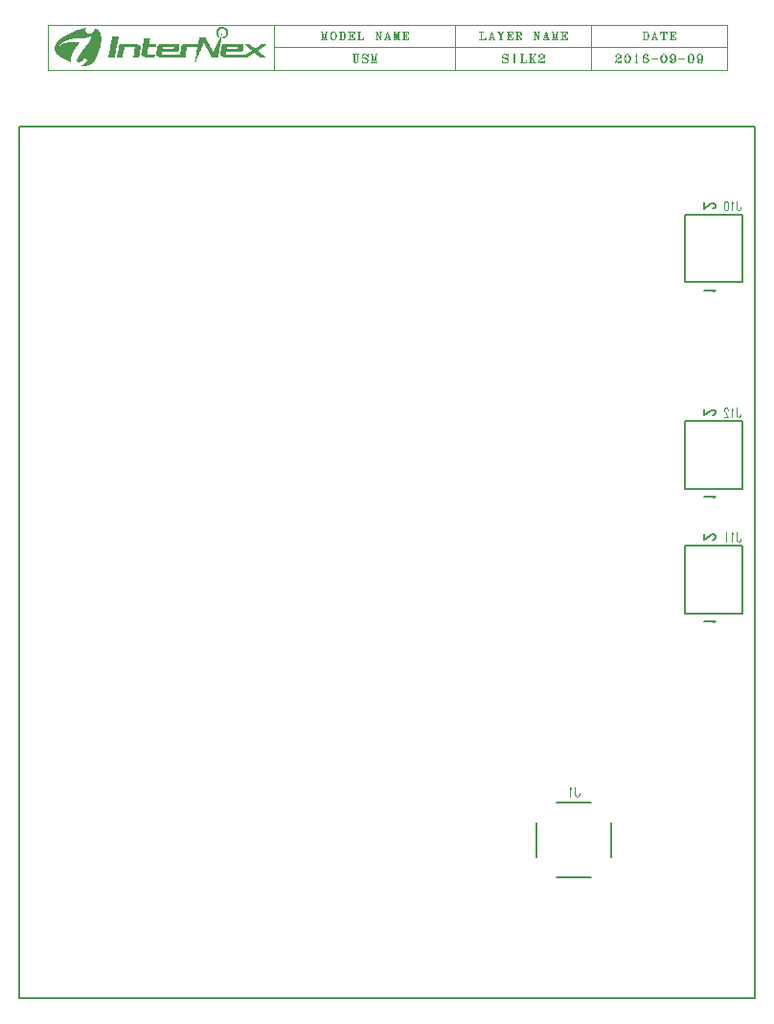
<source format=gbr>
%MOMM*%
%FSLAX33Y33*%
%ADD10C,0.200000*%
%ADD73C,0.203200*%
%ADD125C,0.120000*%
%ADD126C,0.152400*%
%ADD129C,0.080000*%
G90*G71*G01*D02*G54D10*X000000Y000000D02*X065000Y000000D01*X065000Y077000D01*
X000000Y077000D01*X000000Y000000D01*X045700Y015500D02*X045700Y012500D01*
X047500Y010700D02*X050500Y010700D01*X052300Y012500D02*X052300Y015500D01*
X050500Y017300D02*X047500Y017300D01*D02*G54D73*X063900Y034010D02*
X058800Y034010D01*X058800Y039990D01*X063900Y039990D01*X063900Y034010D01*
X063900Y045010D02*X058800Y045010D01*X058800Y050990D01*X063900Y050990D01*
X063900Y045010D01*X063900Y063260D02*X058800Y063260D01*X058800Y069240D01*
X063900Y069240D01*X063900Y063260D01*D02*G54D125*X049102Y018650D02*
X049102Y018044D01*X049138Y017923D01*X049174Y017886D01*X049244Y017850D01*
X049320Y017850D01*X049389Y017886D01*X049426Y017923D01*X049462Y018044D01*
X049462Y018117D01*X048760Y018492D02*X048731Y018529D01*X048687Y018638D01*
X048687Y017850D01*X063382Y041150D02*X063382Y040544D01*X063418Y040423D01*
X063454Y040386D01*X063524Y040350D01*X063600Y040350D01*X063669Y040386D01*
X063706Y040423D01*X063742Y040544D01*X063742Y040617D01*X063040Y040992D02*
X063011Y041029D01*X062967Y041138D01*X062967Y040350D01*X062480Y040992D02*
X062451Y041029D01*X062407Y041138D01*X062407Y040350D01*X063382Y052150D02*
X063382Y051544D01*X063418Y051423D01*X063454Y051386D01*X063524Y051350D01*
X063600Y051350D01*X063669Y051386D01*X063706Y051423D01*X063742Y051544D01*
X063742Y051617D01*X063040Y051992D02*X063011Y052029D01*X062967Y052138D01*
X062967Y051350D01*X062597Y051956D02*X062597Y051992D01*X062571Y052065D01*
X062546Y052102D01*X062495Y052150D01*X062389Y052150D01*X062338Y052102D01*
X062313Y052065D01*X062287Y051992D01*X062287Y051920D01*X062313Y051847D01*
X062364Y051726D01*X062622Y051350D01*X062258Y051350D01*X063382Y070400D02*
X063382Y069794D01*X063418Y069673D01*X063454Y069636D01*X063524Y069600D01*
X063600Y069600D01*X063669Y069636D01*X063706Y069673D01*X063742Y069794D01*
X063742Y069867D01*X063040Y070242D02*X063011Y070279D01*X062967Y070388D01*
X062967Y069600D01*X062465Y070388D02*X062546Y070352D01*X062597Y070242D01*
X062622Y070048D01*X062622Y069939D01*X062597Y069745D01*X062546Y069636D01*
X062465Y069600D01*X062415Y069600D01*X062338Y069636D01*X062287Y069745D01*
X062258Y069939D01*X062258Y070048D01*X062287Y070242D01*X062338Y070352D01*
X062415Y070388D01*X062465Y070388D01*D02*G54D126*X061308Y033192D02*
X061354Y033234D01*X061493Y033298D01*X060492Y033298D01*X061262Y040523D02*
X061308Y040523D01*X061400Y040560D01*X061446Y040597D01*X061508Y040671D01*
X061508Y040824D01*X061446Y040898D01*X061400Y040935D01*X061308Y040972D01*
X061216Y040972D01*X061123Y040935D01*X060969Y040861D01*X060492Y040486D01*
X060492Y041014D01*X061308Y044192D02*X061354Y044234D01*X061493Y044298D01*
X060492Y044298D01*X061262Y051523D02*X061308Y051523D01*X061400Y051560D01*
X061446Y051597D01*X061508Y051671D01*X061508Y051824D01*X061446Y051898D01*
X061400Y051935D01*X061308Y051972D01*X061216Y051972D01*X061123Y051935D01*
X060969Y051861D01*X060492Y051486D01*X060492Y052014D01*X061308Y062442D02*
X061354Y062484D01*X061493Y062548D01*X060492Y062548D01*X061262Y069773D02*
X061308Y069773D01*X061400Y069810D01*X061446Y069847D01*X061508Y069921D01*
X061508Y070074D01*X061446Y070148D01*X061400Y070185D01*X061308Y070222D01*
X061216Y070222D01*X061123Y070185D01*X060969Y070111D01*X060492Y069736D01*
X060492Y070264D01*D02*G54D129*X022500Y086000D02*X002500Y086000D01*
X002500Y082000D01*X022500Y082000D01*X022500Y084000D02*X062500Y084000D01*
X038500Y086000D02*X038500Y082000D01*X022500Y086000D02*X062500Y086000D01*
X062500Y082000D02*X022500Y082000D01*X022500Y086000D02*X022500Y082000D01*
X062500Y086000D02*X062500Y082000D01*X050500Y086000D02*X050500Y082000D01*
X052676Y083255D02*X052676Y083218D01*X052713Y083218D01*X052713Y083255D01*
X052676Y083255D01*X052676Y083291D02*X052713Y083291D01*X052749Y083255D01*
X052749Y083218D01*X052713Y083182D01*X052676Y083182D01*X052640Y083218D01*
X052640Y083255D01*X052676Y083327D01*X052713Y083364D01*X052822Y083388D01*
X052973Y083388D01*X053082Y083364D01*X053118Y083327D01*X053160Y083255D01*
X053160Y083182D01*X053118Y083121D01*X053009Y083048D01*X052822Y082976D01*
X052749Y082939D01*X052676Y082867D01*X052640Y082770D01*X052640Y082661D01*
X053082Y083327D02*X053118Y083255D01*X053118Y083182D01*X053082Y083121D01*
X052973Y083388D02*X053046Y083364D01*X053082Y083255D01*X053082Y083182D01*
X053046Y083121D01*X052973Y083048D01*X052822Y082976D01*X052640Y082733D02*
X052676Y082770D01*X052749Y082770D01*X052931Y082733D01*X053082Y082733D01*
X053160Y082770D01*X052749Y082770D02*X052931Y082697D01*X053082Y082697D01*
X053118Y082733D01*X052749Y082770D02*X052931Y082661D01*X053082Y082661D01*
X053118Y082697D01*X053160Y082770D01*X053160Y082830D01*X053658Y083388D02*
X053549Y083364D01*X053476Y083255D01*X053440Y083085D01*X053440Y082976D01*
X053476Y082806D01*X053549Y082697D01*X053658Y082661D01*X053736Y082661D01*
X053846Y082697D01*X053918Y082806D01*X053960Y082976D01*X053960Y083085D01*
X053918Y083255D01*X053846Y083364D01*X053736Y083388D01*X053658Y083388D01*
X053549Y083327D02*X053513Y083255D01*X053476Y083121D01*X053476Y082939D01*
X053513Y082806D01*X053549Y082733D01*X053846Y082733D02*X053882Y082806D01*
X053918Y082939D01*X053918Y083121D01*X053882Y083255D01*X053846Y083327D01*
X053658Y083388D02*X053586Y083364D01*X053549Y083291D01*X053513Y083121D01*
X053513Y082939D01*X053549Y082770D01*X053586Y082697D01*X053658Y082661D01*
X053736Y082661D02*X053809Y082697D01*X053846Y082770D01*X053882Y082939D01*
X053882Y083121D01*X053846Y083291D01*X053809Y083364D01*X053736Y083388D01*
X054474Y083327D02*X054474Y082661D01*X054495Y083327D02*X054495Y082697D01*
X054510Y083388D02*X054510Y082661D01*X054510Y083388D02*X054458Y083291D01*
X054427Y083255D01*X054412Y082661D02*X054578Y082661D01*X054474Y082697D02*
X054443Y082661D01*X054474Y082733D02*X054458Y082661D01*X054510Y082733D02*
X054526Y082661D01*X054510Y082697D02*X054542Y082661D01*X055446Y083291D02*
X055446Y083255D01*X055482Y083255D01*X055482Y083291D01*X055446Y083291D01*
X055482Y083327D02*X055446Y083327D01*X055409Y083291D01*X055409Y083255D01*
X055446Y083218D01*X055482Y083218D01*X055518Y083255D01*X055518Y083291D01*
X055482Y083364D01*X055409Y083388D01*X055300Y083388D01*X055186Y083364D01*
X055113Y083291D01*X055076Y083218D01*X055040Y083085D01*X055040Y082867D01*
X055076Y082770D01*X055149Y082697D01*X055258Y082661D01*X055336Y082661D01*
X055446Y082697D01*X055518Y082770D01*X055560Y082867D01*X055560Y082903D01*
X055518Y083012D01*X055446Y083085D01*X055336Y083121D01*X055258Y083121D01*
X055186Y083085D01*X055149Y083048D01*X055113Y082976D01*X055149Y083291D02*
X055113Y083218D01*X055076Y083085D01*X055076Y082867D01*X055113Y082770D01*
X055149Y082733D01*X055482Y082770D02*X055518Y082830D01*X055518Y082939D01*
X055482Y083012D01*X055300Y083388D02*X055222Y083364D01*X055186Y083327D01*
X055149Y083255D01*X055113Y083121D01*X055113Y082867D01*X055149Y082770D01*
X055186Y082697D01*X055258Y082661D01*X055336Y082661D02*X055409Y082697D01*
X055446Y082733D01*X055482Y082830D01*X055482Y082939D01*X055446Y083048D01*
X055409Y083085D01*X055336Y083121D01*X055840Y083012D02*X056360Y083012D01*
X056360Y082976D01*X055840Y083012D02*X055840Y082976D01*X056360Y082976D01*
X056858Y083388D02*X056749Y083364D01*X056676Y083255D01*X056640Y083085D01*
X056640Y082976D01*X056676Y082806D01*X056749Y082697D01*X056858Y082661D01*
X056936Y082661D01*X057046Y082697D01*X057118Y082806D01*X057160Y082976D01*
X057160Y083085D01*X057118Y083255D01*X057046Y083364D01*X056936Y083388D01*
X056858Y083388D01*X056749Y083327D02*X056713Y083255D01*X056676Y083121D01*
X056676Y082939D01*X056713Y082806D01*X056749Y082733D01*X057046Y082733D02*
X057082Y082806D01*X057118Y082939D01*X057118Y083121D01*X057082Y083255D01*
X057046Y083327D01*X056858Y083388D02*X056786Y083364D01*X056749Y083291D01*
X056713Y083121D01*X056713Y082939D01*X056749Y082770D01*X056786Y082697D01*
X056858Y082661D01*X056936Y082661D02*X057009Y082697D01*X057046Y082770D01*
X057082Y082939D01*X057082Y083121D01*X057046Y083291D01*X057009Y083364D01*
X056936Y083388D01*X057513Y082806D02*X057513Y082770D01*X057549Y082770D01*
X057549Y082806D01*X057513Y082806D01*X057882Y083085D02*X057846Y083012D01*
X057809Y082976D01*X057736Y082939D01*X057658Y082939D01*X057549Y082976D01*
X057476Y083048D01*X057440Y083145D01*X057440Y083182D01*X057476Y083291D01*
X057549Y083364D01*X057658Y083388D01*X057736Y083388D01*X057846Y083364D01*
X057918Y083291D01*X057960Y083182D01*X057960Y082976D01*X057918Y082830D01*
X057882Y082770D01*X057809Y082697D01*X057695Y082661D01*X057586Y082661D01*
X057513Y082697D01*X057476Y082770D01*X057476Y082806D01*X057513Y082830D01*
X057549Y082830D01*X057586Y082806D01*X057586Y082770D01*X057549Y082733D01*
X057513Y082733D01*X057513Y083048D02*X057476Y083121D01*X057476Y083218D01*
X057513Y083291D01*X057846Y083327D02*X057882Y083291D01*X057918Y083182D01*
X057918Y082976D01*X057882Y082830D01*X057846Y082770D01*X057658Y082939D02*
X057586Y082976D01*X057549Y083012D01*X057513Y083121D01*X057513Y083218D01*
X057549Y083327D01*X057586Y083364D01*X057658Y083388D01*X057736Y083388D02*
X057809Y083364D01*X057846Y083291D01*X057882Y083182D01*X057882Y082939D01*
X057846Y082806D01*X057809Y082733D01*X057773Y082697D01*X057695Y082661D01*
X058240Y083012D02*X058760Y083012D01*X058760Y082976D01*X058240Y083012D02*
X058240Y082976D01*X058760Y082976D01*X059258Y083388D02*X059149Y083364D01*
X059076Y083255D01*X059040Y083085D01*X059040Y082976D01*X059076Y082806D01*
X059149Y082697D01*X059258Y082661D01*X059336Y082661D01*X059446Y082697D01*
X059518Y082806D01*X059560Y082976D01*X059560Y083085D01*X059518Y083255D01*
X059446Y083364D01*X059336Y083388D01*X059258Y083388D01*X059149Y083327D02*
X059113Y083255D01*X059076Y083121D01*X059076Y082939D01*X059113Y082806D01*
X059149Y082733D01*X059446Y082733D02*X059482Y082806D01*X059518Y082939D01*
X059518Y083121D01*X059482Y083255D01*X059446Y083327D01*X059258Y083388D02*
X059186Y083364D01*X059149Y083291D01*X059113Y083121D01*X059113Y082939D01*
X059149Y082770D01*X059186Y082697D01*X059258Y082661D01*X059336Y082661D02*
X059409Y082697D01*X059446Y082770D01*X059482Y082939D01*X059482Y083121D01*
X059446Y083291D01*X059409Y083364D01*X059336Y083388D01*X059913Y082806D02*
X059913Y082770D01*X059949Y082770D01*X059949Y082806D01*X059913Y082806D01*
X060282Y083085D02*X060246Y083012D01*X060209Y082976D01*X060136Y082939D01*
X060058Y082939D01*X059949Y082976D01*X059876Y083048D01*X059840Y083145D01*
X059840Y083182D01*X059876Y083291D01*X059949Y083364D01*X060058Y083388D01*
X060136Y083388D01*X060246Y083364D01*X060318Y083291D01*X060360Y083182D01*
X060360Y082976D01*X060318Y082830D01*X060282Y082770D01*X060209Y082697D01*
X060095Y082661D01*X059986Y082661D01*X059913Y082697D01*X059876Y082770D01*
X059876Y082806D01*X059913Y082830D01*X059949Y082830D01*X059986Y082806D01*
X059986Y082770D01*X059949Y082733D01*X059913Y082733D01*X059913Y083048D02*
X059876Y083121D01*X059876Y083218D01*X059913Y083291D01*X060246Y083327D02*
X060282Y083291D01*X060318Y083182D01*X060318Y082976D01*X060282Y082830D01*
X060246Y082770D01*X060058Y082939D02*X059986Y082976D01*X059949Y083012D01*
X059913Y083121D01*X059913Y083218D01*X059949Y083327D01*X059986Y083364D01*
X060058Y083388D01*X060136Y083388D02*X060209Y083364D01*X060246Y083291D01*
X060282Y083182D01*X060282Y082939D01*X060246Y082806D01*X060209Y082733D01*
X060173Y082697D01*X060095Y082661D01*X055128Y085388D02*X055128Y084661D01*
X055160Y085364D02*X055160Y084697D01*X055191Y085388D02*X055191Y084661D01*
X055040Y085388D02*X055342Y085388D01*X055435Y085364D01*X055498Y085291D01*
X055529Y085218D01*X055560Y085121D01*X055560Y084939D01*X055529Y084830D01*
X055498Y084770D01*X055435Y084697D01*X055342Y084661D01*X055040Y084661D01*
X055466Y085291D02*X055498Y085218D01*X055529Y085121D01*X055529Y084939D01*
X055498Y084830D01*X055466Y084770D01*X055342Y085388D02*X055404Y085364D01*
X055466Y085255D01*X055498Y085121D01*X055498Y084939D01*X055466Y084806D01*
X055404Y084697D01*X055342Y084661D01*X055066Y085388D02*X055128Y085364D01*
X055097Y085388D02*X055128Y085327D01*X055222Y085388D02*X055191Y085327D01*
X055253Y085388D02*X055191Y085364D01*X055128Y084697D02*X055066Y084661D01*
X055128Y084733D02*X055097Y084661D01*X055191Y084733D02*X055222Y084661D01*
X055191Y084697D02*X055253Y084661D01*X056100Y085388D02*X055897Y084697D01*
X056069Y085291D02*X056240Y084661D01*X056100Y085291D02*X056272Y084661D01*
X056100Y085388D02*X056298Y084661D01*X055954Y084867D02*X056214Y084867D01*
X055840Y084661D02*X056012Y084661D01*X056157Y084661D02*X056360Y084661D01*
X055897Y084697D02*X055866Y084661D01*X055897Y084697D02*X055954Y084661D01*
X056240Y084697D02*X056183Y084661D01*X056240Y084733D02*X056214Y084661D01*
X056272Y084733D02*X056329Y084661D01*X056640Y085388D02*X056640Y085182D01*
X056864Y085388D02*X056864Y084661D01*X056900Y085364D02*X056900Y084697D01*
X056931Y085388D02*X056931Y084661D01*X057160Y085388D02*X057160Y085182D01*
X056640Y085388D02*X057160Y085388D01*X056770Y084661D02*X057025Y084661D01*
X056671Y085388D02*X056640Y085182D01*X056702Y085388D02*X056640Y085291D01*
X056734Y085388D02*X056640Y085327D01*X056801Y085388D02*X056640Y085364D01*
X056994Y085388D02*X057160Y085364D01*X057061Y085388D02*X057160Y085327D01*
X057092Y085388D02*X057160Y085291D01*X057124Y085388D02*X057160Y085182D01*
X056864Y084697D02*X056801Y084661D01*X056864Y084733D02*X056832Y084661D01*
X056931Y084733D02*X056962Y084661D01*X056931Y084697D02*X056994Y084661D01*
X057534Y085388D02*X057534Y084661D01*X057565Y085364D02*X057565Y084697D01*
X057601Y085388D02*X057601Y084661D01*X057440Y085388D02*X057960Y085388D01*
X057960Y085182D01*X057601Y085048D02*X057794Y085048D01*X057794Y085182D02*
X057794Y084903D01*X057440Y084661D02*X057960Y084661D01*X057960Y084867D01*
X057471Y085388D02*X057534Y085364D01*X057502Y085388D02*X057534Y085327D01*
X057632Y085388D02*X057601Y085327D01*X057664Y085388D02*X057601Y085364D01*
X057794Y085388D02*X057960Y085364D01*X057861Y085388D02*X057960Y085327D01*
X057892Y085388D02*X057960Y085291D01*X057924Y085388D02*X057960Y085182D01*
X057794Y085182D02*X057762Y085048D01*X057794Y084903D01*X057794Y085121D02*
X057731Y085048D01*X057794Y084976D01*X057794Y085085D02*X057664Y085048D01*
X057794Y085012D01*X057534Y084697D02*X057471Y084661D01*X057534Y084733D02*
X057502Y084661D01*X057601Y084733D02*X057632Y084661D01*X057601Y084697D02*
X057664Y084661D01*X057794Y084661D02*X057960Y084697D01*X057861Y084661D02*
X057960Y084733D01*X057892Y084661D02*X057960Y084770D01*X057924Y084661D02*
X057960Y084867D01*X040744Y085388D02*X040744Y084661D01*X040775Y085364D02*
X040775Y084697D01*X040812Y085388D02*X040812Y084661D01*X040640Y085388D02*
X040916Y085388D01*X040640Y084661D02*X041160Y084661D01*X041160Y084867D01*
X040671Y085388D02*X040744Y085364D01*X040708Y085388D02*X040744Y085327D01*
X040848Y085388D02*X040812Y085327D01*X040879Y085388D02*X040812Y085364D01*
X040744Y084697D02*X040671Y084661D01*X040744Y084733D02*X040708Y084661D01*
X040812Y084733D02*X040848Y084661D01*X040812Y084697D02*X040879Y084661D01*
X040983Y084661D02*X041160Y084697D01*X041051Y084661D02*X041160Y084733D01*
X041087Y084661D02*X041160Y084770D01*X041124Y084661D02*X041160Y084867D01*
X041700Y085388D02*X041497Y084697D01*X041669Y085291D02*X041840Y084661D01*
X041700Y085291D02*X041872Y084661D01*X041700Y085388D02*X041898Y084661D01*
X041554Y084867D02*X041814Y084867D01*X041440Y084661D02*X041612Y084661D01*
X041757Y084661D02*X041960Y084661D01*X041497Y084697D02*X041466Y084661D01*
X041497Y084697D02*X041554Y084661D01*X041840Y084697D02*X041783Y084661D01*
X041840Y084733D02*X041814Y084661D01*X041872Y084733D02*X041929Y084661D01*
X042292Y085388D02*X042469Y085012D01*X042469Y084661D01*X042318Y085388D02*
X042495Y085012D01*X042495Y084697D01*X042339Y085388D02*X042526Y085012D01*
X042526Y084661D01*X042677Y085364D02*X042526Y085012D01*X042240Y085388D02*
X042422Y085388D01*X042599Y085388D02*X042760Y085388D01*X042396Y084661D02*
X042599Y084661D01*X042266Y085388D02*X042318Y085364D01*X042396Y085388D02*
X042339Y085364D01*X042630Y085388D02*X042677Y085364D01*X042729Y085388D02*
X042677Y085364D01*X042469Y084697D02*X042422Y084661D01*X042469Y084733D02*
X042443Y084661D01*X042526Y084733D02*X042547Y084661D01*X042526Y084697D02*
X042573Y084661D01*X043134Y085388D02*X043134Y084661D01*X043165Y085364D02*
X043165Y084697D01*X043201Y085388D02*X043201Y084661D01*X043040Y085388D02*
X043560Y085388D01*X043560Y085182D01*X043201Y085048D02*X043394Y085048D01*
X043394Y085182D02*X043394Y084903D01*X043040Y084661D02*X043560Y084661D01*
X043560Y084867D01*X043071Y085388D02*X043134Y085364D01*X043102Y085388D02*
X043134Y085327D01*X043232Y085388D02*X043201Y085327D01*X043264Y085388D02*
X043201Y085364D01*X043394Y085388D02*X043560Y085364D01*X043461Y085388D02*
X043560Y085327D01*X043492Y085388D02*X043560Y085291D01*X043524Y085388D02*
X043560Y085182D01*X043394Y085182D02*X043362Y085048D01*X043394Y084903D01*
X043394Y085121D02*X043331Y085048D01*X043394Y084976D01*X043394Y085085D02*
X043264Y085048D01*X043394Y085012D01*X043134Y084697D02*X043071Y084661D01*
X043134Y084733D02*X043102Y084661D01*X043201Y084733D02*X043232Y084661D01*
X043201Y084697D02*X043264Y084661D01*X043394Y084661D02*X043560Y084697D01*
X043461Y084661D02*X043560Y084733D01*X043492Y084661D02*X043560Y084770D01*
X043524Y084661D02*X043560Y084867D01*X043923Y085388D02*X043923Y084661D01*
X043954Y085364D02*X043954Y084697D01*X043980Y085388D02*X043980Y084661D01*
X043840Y085388D02*X044183Y085388D01*X044272Y085364D01*X044298Y085327D01*
X044329Y085255D01*X044329Y085182D01*X044298Y085121D01*X044272Y085085D01*
X044183Y085048D01*X043980Y085048D01*X044272Y085327D02*X044298Y085255D01*
X044298Y085182D01*X044272Y085121D01*X044183Y085388D02*X044240Y085364D01*
X044272Y085291D01*X044272Y085145D01*X044240Y085085D01*X044183Y085048D01*
X044095Y085048D02*X044157Y085012D01*X044183Y084939D01*X044240Y084733D01*
X044272Y084661D01*X044329Y084661D01*X044360Y084733D01*X044360Y084806D01*
X044240Y084806D02*X044272Y084733D01*X044298Y084697D01*X044329Y084697D01*
X044157Y085012D02*X044183Y084976D01*X044272Y084770D01*X044298Y084733D01*
X044329Y084733D01*X044360Y084770D01*X043840Y084661D02*X044069Y084661D01*
X043866Y085388D02*X043923Y085364D01*X043897Y085388D02*X043923Y085327D01*
X044012Y085388D02*X043980Y085327D01*X044038Y085388D02*X043980Y085364D01*
X043923Y084697D02*X043866Y084661D01*X043923Y084733D02*X043897Y084661D01*
X043980Y084733D02*X044012Y084661D01*X043980Y084697D02*X044038Y084661D01*
X045513Y085388D02*X045513Y084697D01*X045513Y085388D02*X045877Y084661D01*
X045544Y085388D02*X045851Y084770D01*X045565Y085388D02*X045877Y084770D01*
X045877Y085364D02*X045877Y084661D01*X045440Y085388D02*X045565Y085388D01*
X045804Y085388D02*X045960Y085388D01*X045440Y084661D02*X045591Y084661D01*
X045461Y085388D02*X045513Y085364D01*X045830Y085388D02*X045877Y085364D01*
X045934Y085388D02*X045877Y085364D01*X045513Y084697D02*X045461Y084661D01*
X045513Y084697D02*X045565Y084661D01*X046500Y085388D02*X046297Y084697D01*
X046469Y085291D02*X046640Y084661D01*X046500Y085291D02*X046672Y084661D01*
X046500Y085388D02*X046698Y084661D01*X046354Y084867D02*X046614Y084867D01*
X046240Y084661D02*X046412Y084661D01*X046557Y084661D02*X046760Y084661D01*
X046297Y084697D02*X046266Y084661D01*X046297Y084697D02*X046354Y084661D01*
X046640Y084697D02*X046583Y084661D01*X046640Y084733D02*X046614Y084661D01*
X046672Y084733D02*X046729Y084661D01*X047108Y085388D02*X047108Y084697D01*
X047108Y085388D02*X047274Y084661D01*X047134Y085388D02*X047274Y084770D01*
X047154Y085388D02*X047295Y084770D01*X047440Y085388D02*X047274Y084661D01*
X047440Y085388D02*X047440Y084661D01*X047461Y085364D02*X047461Y084697D01*
X047487Y085388D02*X047487Y084661D01*X047040Y085388D02*X047154Y085388D01*
X047440Y085388D02*X047560Y085388D01*X047040Y084661D02*X047180Y084661D01*
X047368Y084661D02*X047560Y084661D01*X047061Y085388D02*X047108Y085364D01*
X047508Y085388D02*X047487Y085327D01*X047534Y085388D02*X047487Y085364D01*
X047108Y084697D02*X047061Y084661D01*X047108Y084697D02*X047154Y084661D01*
X047440Y084697D02*X047394Y084661D01*X047440Y084733D02*X047414Y084661D01*
X047487Y084733D02*X047508Y084661D01*X047487Y084697D02*X047534Y084661D01*
X047934Y085388D02*X047934Y084661D01*X047965Y085364D02*X047965Y084697D01*
X048001Y085388D02*X048001Y084661D01*X047840Y085388D02*X048360Y085388D01*
X048360Y085182D01*X048001Y085048D02*X048194Y085048D01*X048194Y085182D02*
X048194Y084903D01*X047840Y084661D02*X048360Y084661D01*X048360Y084867D01*
X047871Y085388D02*X047934Y085364D01*X047902Y085388D02*X047934Y085327D01*
X048032Y085388D02*X048001Y085327D01*X048064Y085388D02*X048001Y085364D01*
X048194Y085388D02*X048360Y085364D01*X048261Y085388D02*X048360Y085327D01*
X048292Y085388D02*X048360Y085291D01*X048324Y085388D02*X048360Y085182D01*
X048194Y085182D02*X048162Y085048D01*X048194Y084903D01*X048194Y085121D02*
X048131Y085048D01*X048194Y084976D01*X048194Y085085D02*X048064Y085048D01*
X048194Y085012D01*X047934Y084697D02*X047871Y084661D01*X047934Y084733D02*
X047902Y084661D01*X048001Y084733D02*X048032Y084661D01*X048001Y084697D02*
X048064Y084661D01*X048194Y084661D02*X048360Y084697D01*X048261Y084661D02*
X048360Y084733D01*X048292Y084661D02*X048360Y084770D01*X048324Y084661D02*
X048360Y084867D01*X026708Y085388D02*X026708Y084697D01*X026708Y085388D02*
X026874Y084661D01*X026734Y085388D02*X026874Y084770D01*X026754Y085388D02*
X026895Y084770D01*X027040Y085388D02*X026874Y084661D01*X027040Y085388D02*
X027040Y084661D01*X027061Y085364D02*X027061Y084697D01*X027087Y085388D02*
X027087Y084661D01*X026640Y085388D02*X026754Y085388D01*X027040Y085388D02*
X027160Y085388D01*X026640Y084661D02*X026780Y084661D01*X026968Y084661D02*
X027160Y084661D01*X026661Y085388D02*X026708Y085364D01*X027108Y085388D02*
X027087Y085327D01*X027134Y085388D02*X027087Y085364D01*X026708Y084697D02*
X026661Y084661D01*X026708Y084697D02*X026754Y084661D01*X027040Y084697D02*
X026994Y084661D01*X027040Y084733D02*X027014Y084661D01*X027087Y084733D02*
X027108Y084661D01*X027087Y084697D02*X027134Y084661D01*X027664Y085388D02*
X027570Y085364D01*X027502Y085291D01*X027471Y085218D01*X027440Y085085D01*
X027440Y084976D01*X027471Y084830D01*X027502Y084770D01*X027570Y084697D01*
X027664Y084661D01*X027731Y084661D01*X027830Y084697D01*X027892Y084770D01*
X027924Y084830D01*X027960Y084976D01*X027960Y085085D01*X027924Y085218D01*
X027892Y085291D01*X027830Y085364D01*X027731Y085388D01*X027664Y085388D01*
X027534Y085291D02*X027502Y085218D01*X027471Y085121D01*X027471Y084939D01*
X027502Y084830D01*X027534Y084770D01*X027861Y084770D02*X027892Y084830D01*
X027924Y084939D01*X027924Y085121D01*X027892Y085218D01*X027861Y085291D01*
X027664Y085388D02*X027601Y085364D01*X027534Y085255D01*X027502Y085121D01*
X027502Y084939D01*X027534Y084806D01*X027601Y084697D01*X027664Y084661D01*
X027731Y084661D02*X027794Y084697D01*X027861Y084806D01*X027892Y084939D01*
X027892Y085121D01*X027861Y085255D01*X027794Y085364D01*X027731Y085388D01*
X028328Y085388D02*X028328Y084661D01*X028360Y085364D02*X028360Y084697D01*
X028391Y085388D02*X028391Y084661D01*X028240Y085388D02*X028542Y085388D01*
X028635Y085364D01*X028698Y085291D01*X028729Y085218D01*X028760Y085121D01*
X028760Y084939D01*X028729Y084830D01*X028698Y084770D01*X028635Y084697D01*
X028542Y084661D01*X028240Y084661D01*X028666Y085291D02*X028698Y085218D01*
X028729Y085121D01*X028729Y084939D01*X028698Y084830D01*X028666Y084770D01*
X028542Y085388D02*X028604Y085364D01*X028666Y085255D01*X028698Y085121D01*
X028698Y084939D01*X028666Y084806D01*X028604Y084697D01*X028542Y084661D01*
X028266Y085388D02*X028328Y085364D01*X028297Y085388D02*X028328Y085327D01*
X028422Y085388D02*X028391Y085327D01*X028453Y085388D02*X028391Y085364D01*
X028328Y084697D02*X028266Y084661D01*X028328Y084733D02*X028297Y084661D01*
X028391Y084733D02*X028422Y084661D01*X028391Y084697D02*X028453Y084661D01*
X029134Y085388D02*X029134Y084661D01*X029165Y085364D02*X029165Y084697D01*
X029201Y085388D02*X029201Y084661D01*X029040Y085388D02*X029560Y085388D01*
X029560Y085182D01*X029201Y085048D02*X029394Y085048D01*X029394Y085182D02*
X029394Y084903D01*X029040Y084661D02*X029560Y084661D01*X029560Y084867D01*
X029071Y085388D02*X029134Y085364D01*X029102Y085388D02*X029134Y085327D01*
X029232Y085388D02*X029201Y085327D01*X029264Y085388D02*X029201Y085364D01*
X029394Y085388D02*X029560Y085364D01*X029461Y085388D02*X029560Y085327D01*
X029492Y085388D02*X029560Y085291D01*X029524Y085388D02*X029560Y085182D01*
X029394Y085182D02*X029362Y085048D01*X029394Y084903D01*X029394Y085121D02*
X029331Y085048D01*X029394Y084976D01*X029394Y085085D02*X029264Y085048D01*
X029394Y085012D01*X029134Y084697D02*X029071Y084661D01*X029134Y084733D02*
X029102Y084661D01*X029201Y084733D02*X029232Y084661D01*X029201Y084697D02*
X029264Y084661D01*X029394Y084661D02*X029560Y084697D01*X029461Y084661D02*
X029560Y084733D01*X029492Y084661D02*X029560Y084770D01*X029524Y084661D02*
X029560Y084867D01*X029944Y085388D02*X029944Y084661D01*X029975Y085364D02*
X029975Y084697D01*X030012Y085388D02*X030012Y084661D01*X029840Y085388D02*
X030116Y085388D01*X029840Y084661D02*X030360Y084661D01*X030360Y084867D01*
X029871Y085388D02*X029944Y085364D01*X029908Y085388D02*X029944Y085327D01*
X030048Y085388D02*X030012Y085327D01*X030079Y085388D02*X030012Y085364D01*
X029944Y084697D02*X029871Y084661D01*X029944Y084733D02*X029908Y084661D01*
X030012Y084733D02*X030048Y084661D01*X030012Y084697D02*X030079Y084661D01*
X030183Y084661D02*X030360Y084697D01*X030251Y084661D02*X030360Y084733D01*
X030287Y084661D02*X030360Y084770D01*X030324Y084661D02*X030360Y084867D01*
X031513Y085388D02*X031513Y084697D01*X031513Y085388D02*X031877Y084661D01*
X031544Y085388D02*X031851Y084770D01*X031565Y085388D02*X031877Y084770D01*
X031877Y085364D02*X031877Y084661D01*X031440Y085388D02*X031565Y085388D01*
X031804Y085388D02*X031960Y085388D01*X031440Y084661D02*X031591Y084661D01*
X031461Y085388D02*X031513Y085364D01*X031830Y085388D02*X031877Y085364D01*
X031934Y085388D02*X031877Y085364D01*X031513Y084697D02*X031461Y084661D01*
X031513Y084697D02*X031565Y084661D01*X032500Y085388D02*X032297Y084697D01*
X032469Y085291D02*X032640Y084661D01*X032500Y085291D02*X032672Y084661D01*
X032500Y085388D02*X032698Y084661D01*X032354Y084867D02*X032614Y084867D01*
X032240Y084661D02*X032412Y084661D01*X032557Y084661D02*X032760Y084661D01*
X032297Y084697D02*X032266Y084661D01*X032297Y084697D02*X032354Y084661D01*
X032640Y084697D02*X032583Y084661D01*X032640Y084733D02*X032614Y084661D01*
X032672Y084733D02*X032729Y084661D01*X033108Y085388D02*X033108Y084697D01*
X033108Y085388D02*X033274Y084661D01*X033134Y085388D02*X033274Y084770D01*
X033154Y085388D02*X033295Y084770D01*X033440Y085388D02*X033274Y084661D01*
X033440Y085388D02*X033440Y084661D01*X033461Y085364D02*X033461Y084697D01*
X033487Y085388D02*X033487Y084661D01*X033040Y085388D02*X033154Y085388D01*
X033440Y085388D02*X033560Y085388D01*X033040Y084661D02*X033180Y084661D01*
X033368Y084661D02*X033560Y084661D01*X033061Y085388D02*X033108Y085364D01*
X033508Y085388D02*X033487Y085327D01*X033534Y085388D02*X033487Y085364D01*
X033108Y084697D02*X033061Y084661D01*X033108Y084697D02*X033154Y084661D01*
X033440Y084697D02*X033394Y084661D01*X033440Y084733D02*X033414Y084661D01*
X033487Y084733D02*X033508Y084661D01*X033487Y084697D02*X033534Y084661D01*
X033934Y085388D02*X033934Y084661D01*X033965Y085364D02*X033965Y084697D01*
X034001Y085388D02*X034001Y084661D01*X033840Y085388D02*X034360Y085388D01*
X034360Y085182D01*X034001Y085048D02*X034194Y085048D01*X034194Y085182D02*
X034194Y084903D01*X033840Y084661D02*X034360Y084661D01*X034360Y084867D01*
X033871Y085388D02*X033934Y085364D01*X033902Y085388D02*X033934Y085327D01*
X034032Y085388D02*X034001Y085327D01*X034064Y085388D02*X034001Y085364D01*
X034194Y085388D02*X034360Y085364D01*X034261Y085388D02*X034360Y085327D01*
X034292Y085388D02*X034360Y085291D01*X034324Y085388D02*X034360Y085182D01*
X034194Y085182D02*X034162Y085048D01*X034194Y084903D01*X034194Y085121D02*
X034131Y085048D01*X034194Y084976D01*X034194Y085085D02*X034064Y085048D01*
X034194Y085012D01*X033934Y084697D02*X033871Y084661D01*X033934Y084733D02*
X033902Y084661D01*X034001Y084733D02*X034032Y084661D01*X034001Y084697D02*
X034064Y084661D01*X034194Y084661D02*X034360Y084697D01*X034261Y084661D02*
X034360Y084733D01*X034292Y084661D02*X034360Y084770D01*X034324Y084661D02*
X034360Y084867D01*X029513Y083388D02*X029513Y082867D01*X029539Y082770D01*
X029591Y082697D01*X029674Y082661D01*X029721Y082661D01*X029804Y082697D01*
X029851Y082770D01*X029877Y082867D01*X029877Y083364D01*X029539Y083364D02*
X029539Y082830D01*X029570Y082770D01*X029570Y083388D02*X029570Y082830D01*
X029591Y082733D01*X029617Y082697D01*X029674Y082661D01*X029440Y083388D02*
X029643Y083388D01*X029804Y083388D02*X029960Y083388D01*X029461Y083388D02*
X029513Y083364D01*X029487Y083388D02*X029513Y083327D01*X029591Y083388D02*
X029570Y083327D01*X029617Y083388D02*X029570Y083364D01*X029825Y083388D02*
X029877Y083364D01*X029934Y083388D02*X029877Y083364D01*X030718Y083291D02*
X030760Y083388D01*X030760Y083182D01*X030718Y083291D01*X030646Y083364D01*
X030531Y083388D01*X030422Y083388D01*X030313Y083364D01*X030240Y083291D01*
X030240Y083182D01*X030276Y083121D01*X030386Y083048D01*X030609Y082976D01*
X030682Y082939D01*X030718Y082867D01*X030718Y082770D01*X030682Y082697D01*
X030276Y083182D02*X030313Y083121D01*X030386Y083085D01*X030609Y083012D01*
X030682Y082976D01*X030718Y082903D01*X030313Y083364D02*X030276Y083291D01*
X030276Y083218D01*X030313Y083145D01*X030386Y083121D01*X030609Y083048D01*
X030718Y082976D01*X030760Y082903D01*X030760Y082806D01*X030718Y082733D01*
X030682Y082697D01*X030573Y082661D01*X030458Y082661D01*X030349Y082697D01*
X030276Y082770D01*X030240Y082867D01*X030240Y082661D01*X030276Y082770D01*
X031108Y083388D02*X031108Y082697D01*X031108Y083388D02*X031274Y082661D01*
X031134Y083388D02*X031274Y082770D01*X031154Y083388D02*X031295Y082770D01*
X031440Y083388D02*X031274Y082661D01*X031440Y083388D02*X031440Y082661D01*
X031461Y083364D02*X031461Y082697D01*X031487Y083388D02*X031487Y082661D01*
X031040Y083388D02*X031154Y083388D01*X031440Y083388D02*X031560Y083388D01*
X031040Y082661D02*X031180Y082661D01*X031368Y082661D02*X031560Y082661D01*
X031061Y083388D02*X031108Y083364D01*X031508Y083388D02*X031487Y083327D01*
X031534Y083388D02*X031487Y083364D01*X031108Y082697D02*X031061Y082661D01*
X031108Y082697D02*X031154Y082661D01*X031440Y082697D02*X031394Y082661D01*
X031440Y082733D02*X031414Y082661D01*X031487Y082733D02*X031508Y082661D01*
X031487Y082697D02*X031534Y082661D01*X043118Y083291D02*X043160Y083388D01*
X043160Y083182D01*X043118Y083291D01*X043046Y083364D01*X042931Y083388D01*
X042822Y083388D01*X042713Y083364D01*X042640Y083291D01*X042640Y083182D01*
X042676Y083121D01*X042786Y083048D01*X043009Y082976D01*X043082Y082939D01*
X043118Y082867D01*X043118Y082770D01*X043082Y082697D01*X042676Y083182D02*
X042713Y083121D01*X042786Y083085D01*X043009Y083012D01*X043082Y082976D01*
X043118Y082903D01*X042713Y083364D02*X042676Y083291D01*X042676Y083218D01*
X042713Y083145D01*X042786Y083121D01*X043009Y083048D01*X043118Y082976D01*
X043160Y082903D01*X043160Y082806D01*X043118Y082733D01*X043082Y082697D01*
X042973Y082661D01*X042858Y082661D01*X042749Y082697D01*X042676Y082770D01*
X042640Y082867D01*X042640Y082661D01*X042676Y082770D01*X043679Y083388D02*
X043679Y082661D01*X043695Y083364D02*X043695Y082697D01*X043716Y083388D02*
X043716Y082661D01*X043632Y083388D02*X043762Y083388D01*X043632Y082661D02*
X043762Y082661D01*X043648Y083388D02*X043679Y083364D01*X043664Y083388D02*
X043679Y083327D01*X043731Y083388D02*X043716Y083327D01*X043747Y083388D02*
X043716Y083364D01*X043679Y082697D02*X043648Y082661D01*X043679Y082733D02*
X043664Y082661D01*X043716Y082733D02*X043731Y082661D01*X043716Y082697D02*
X043747Y082661D01*X044344Y083388D02*X044344Y082661D01*X044375Y083364D02*
X044375Y082697D01*X044412Y083388D02*X044412Y082661D01*X044240Y083388D02*
X044516Y083388D01*X044240Y082661D02*X044760Y082661D01*X044760Y082867D01*
X044271Y083388D02*X044344Y083364D01*X044308Y083388D02*X044344Y083327D01*
X044448Y083388D02*X044412Y083327D01*X044479Y083388D02*X044412Y083364D01*
X044344Y082697D02*X044271Y082661D01*X044344Y082733D02*X044308Y082661D01*
X044412Y082733D02*X044448Y082661D01*X044412Y082697D02*X044479Y082661D01*
X044583Y082661D02*X044760Y082697D01*X044651Y082661D02*X044760Y082733D01*
X044687Y082661D02*X044760Y082770D01*X044724Y082661D02*X044760Y082867D01*
X045118Y083388D02*X045118Y082661D01*X045149Y083364D02*X045149Y082697D01*
X045175Y083388D02*X045175Y082661D01*X045477Y083364D02*X045175Y082976D01*
X045258Y083048D02*X045446Y082661D01*X045284Y083048D02*X045477Y082661D01*
X045284Y083121D02*X045503Y082661D01*X045040Y083388D02*X045258Y083388D01*
X045394Y083388D02*X045560Y083388D01*X045040Y082661D02*X045258Y082661D01*
X045368Y082661D02*X045560Y082661D01*X045066Y083388D02*X045118Y083364D01*
X045092Y083388D02*X045118Y083327D01*X045201Y083388D02*X045175Y083327D01*
X045227Y083388D02*X045175Y083364D01*X045446Y083388D02*X045477Y083364D01*
X045529Y083388D02*X045477Y083364D01*X045118Y082697D02*X045066Y082661D01*
X045118Y082733D02*X045092Y082661D01*X045175Y082733D02*X045201Y082661D01*
X045175Y082697D02*X045227Y082661D01*X045446Y082733D02*X045394Y082661D01*
X045446Y082733D02*X045529Y082661D01*X045876Y083255D02*X045876Y083218D01*
X045913Y083218D01*X045913Y083255D01*X045876Y083255D01*X045876Y083291D02*
X045913Y083291D01*X045949Y083255D01*X045949Y083218D01*X045913Y083182D01*
X045876Y083182D01*X045840Y083218D01*X045840Y083255D01*X045876Y083327D01*
X045913Y083364D01*X046022Y083388D01*X046173Y083388D01*X046282Y083364D01*
X046318Y083327D01*X046360Y083255D01*X046360Y083182D01*X046318Y083121D01*
X046209Y083048D01*X046022Y082976D01*X045949Y082939D01*X045876Y082867D01*
X045840Y082770D01*X045840Y082661D01*X046282Y083327D02*X046318Y083255D01*
X046318Y083182D01*X046282Y083121D01*X046173Y083388D02*X046246Y083364D01*
X046282Y083255D01*X046282Y083182D01*X046246Y083121D01*X046173Y083048D01*
X046022Y082976D01*X045840Y082733D02*X045876Y082770D01*X045949Y082770D01*
X046131Y082733D01*X046282Y082733D01*X046360Y082770D01*X045949Y082770D02*
X046131Y082697D01*X046282Y082697D01*X046318Y082733D01*X045949Y082770D02*
X046131Y082661D01*X046282Y082661D01*X046318Y082697D01*X046360Y082770D01*
X046360Y082830D01*X000000Y000000D02*
G36*X019888Y084259D02*X019888Y084283D01*X020333Y084283D01*X020333Y084259D01*
X020357Y084259D01*X020357Y084234D01*X020407Y084234D01*X020407Y084209D01*
X020432Y084209D01*X020432Y084184D01*X020456Y084184D01*X020456Y084160D01*
X020481Y084160D01*X020481Y084135D01*X020506Y084135D01*X020506Y084110D01*
X020530Y084110D01*X020530Y084086D01*X020555Y084086D01*X020555Y084061D01*
X020580Y084061D01*X020580Y084036D01*X020604Y084036D01*X020604Y084012D01*
X020654Y084012D01*X020654Y083987D01*X020678Y083987D01*X020678Y083962D01*
X020703Y083962D01*X020703Y083938D01*X020728Y083938D01*X020728Y083913D01*
X020752Y083913D01*X020752Y083888D01*X020802Y083888D01*X020802Y083913D01*
X020851Y083913D01*X020851Y083938D01*X020901Y083938D01*X020901Y083962D01*
X020925Y083962D01*X020925Y083987D01*X020975Y083987D01*X020975Y084012D01*
X020999Y084012D01*X020999Y084036D01*X021049Y084036D01*X021049Y084061D01*
X021098Y084061D01*X021098Y084086D01*X021123Y084086D01*X021123Y084110D01*
X021172Y084110D01*X021172Y084135D01*X021197Y084135D01*X021197Y084160D01*
X021246Y084160D01*X021246Y084184D01*X021271Y084184D01*X021271Y084209D01*
X021320Y084209D01*X021320Y084234D01*X021345Y084234D01*X021345Y084259D01*
X021394Y084259D01*X021394Y084283D01*X021913Y084283D01*X021913Y084259D01*
X021863Y084259D01*X021863Y084234D01*X021839Y084234D01*X021839Y084209D01*
X021789Y084209D01*X021789Y084184D01*X021765Y084184D01*X021765Y084160D01*
X021715Y084160D01*X021715Y084135D01*X021691Y084135D01*X021691Y084110D01*
X021641Y084110D01*X021641Y084086D01*X021617Y084086D01*X021617Y084061D01*
X021567Y084061D01*X021567Y084036D01*X021543Y084036D01*X021543Y084012D01*
X021493Y084012D01*X021493Y083987D01*X021468Y083987D01*X021468Y083962D01*
X021419Y083962D01*X021419Y083938D01*X021394Y083938D01*X021394Y083913D01*
X021345Y083913D01*X021345Y083888D01*X021320Y083888D01*X021320Y083864D01*
X021271Y083864D01*X021271Y083839D01*X021246Y083839D01*X021246Y083814D01*
X021197Y083814D01*X021197Y083789D01*X021172Y083789D01*X021172Y083765D01*
X021123Y083765D01*X021123Y083740D01*X021098Y083740D01*X021098Y083715D01*
X021049Y083715D01*X021049Y083666D01*X020506Y083666D01*X020506Y083740D01*
X020481Y083740D01*X020481Y083765D01*X020432Y083765D01*X020432Y083789D01*
X020407Y083789D01*X020407Y083814D01*X020382Y083814D01*X020382Y083839D01*
X020357Y083839D01*X020357Y083864D01*X020333Y083864D01*X020333Y083888D01*
X020308Y083888D01*X020308Y083913D01*X020283Y083913D01*X020283Y083938D01*
X020259Y083938D01*X020259Y083962D01*X020209Y083962D01*X020209Y083987D01*
X020185Y083987D01*X020185Y084012D01*X020160Y084012D01*X020160Y084036D01*
X020135Y084036D01*X020135Y084061D01*X020111Y084061D01*X020111Y084086D01*
X020086Y084086D01*X020086Y084110D01*X020061Y084110D01*X020061Y084135D01*
X020012Y084135D01*X020012Y084160D01*X019987Y084160D01*X019987Y084184D01*
X019962Y084184D01*X019962Y084209D01*X019938Y084209D01*X019938Y084234D01*
X019913Y084234D01*X019913Y084259D01*X019888Y084259D01*G37*G36*X019962Y083320D02*
X019962Y083345D01*X020012Y083345D01*X020012Y083370D01*X020037Y083370D01*
X020037Y083394D01*X020086Y083394D01*X020086Y083419D01*X020135Y083419D01*
X020135Y083444D01*X020160Y083444D01*X020160Y083469D01*X020209Y083469D01*
X020209Y083493D01*X020234Y083493D01*X020234Y083518D01*X020259Y083518D01*
X020259Y083543D01*X020308Y083543D01*X020308Y083567D01*X020357Y083567D01*
X020357Y083592D01*X020382Y083592D01*X020382Y083617D01*X020432Y083617D01*
X020432Y083641D01*X020456Y083641D01*X020456Y083666D01*X021073Y083666D01*
X021073Y083641D01*X021098Y083641D01*X021098Y083617D01*X021148Y083617D01*
X021148Y083592D01*X021172Y083592D01*X021172Y083567D01*X021197Y083567D01*
X021197Y083543D01*X021222Y083543D01*X021222Y083518D01*X021271Y083518D01*
X021271Y083493D01*X021296Y083493D01*X021296Y083469D01*X021320Y083469D01*
X021320Y083444D01*X021345Y083444D01*X021345Y083419D01*X021394Y083419D01*
X021394Y083394D01*X021419Y083394D01*X021419Y083370D01*X021444Y083370D01*
X021444Y083345D01*X021468Y083345D01*X021468Y083320D01*X021518Y083320D01*
X021518Y083296D01*X021543Y083296D01*X021543Y083271D01*X021567Y083271D01*
X021567Y083246D01*X021592Y083246D01*X021592Y083222D01*X021617Y083222D01*
X021617Y083197D01*X021666Y083197D01*X021666Y083172D01*X021691Y083172D01*
X021691Y083148D01*X021715Y083148D01*X021715Y083123D01*X021740Y083123D01*
X021740Y083098D01*X021222Y083098D01*X021222Y083123D01*X021172Y083123D01*
X021172Y083148D01*X021148Y083148D01*X021148Y083172D01*X021123Y083172D01*
X021123Y083197D01*X021098Y083197D01*X021098Y083222D01*X021073Y083222D01*
X021073Y083246D01*X021049Y083246D01*X021049Y083271D01*X020999Y083271D01*
X020999Y083296D01*X020975Y083296D01*X020975Y083320D01*X020950Y083320D01*
X020950Y083345D01*X020925Y083345D01*X020925Y083370D01*X020901Y083370D01*
X020901Y083394D01*X020876Y083394D01*X020876Y083419D01*X020827Y083419D01*
X020827Y083444D01*X020802Y083444D01*X020802Y083469D01*X020777Y083469D01*
X020777Y083493D01*X020728Y083493D01*X020728Y083469D01*X020678Y083469D01*
X020678Y083444D01*X020654Y083444D01*X020654Y083419D01*X020604Y083419D01*
X020604Y083394D01*X020555Y083394D01*X020555Y083370D01*X020530Y083370D01*
X020530Y083345D01*X020481Y083345D01*X020481Y083320D01*X019962Y083320D01*G37*G36*
X017938Y084802D02*X017963Y084802D01*X017963Y084777D01*X018012Y084777D01*
X018012Y084752D01*X018061Y084752D01*X018061Y084777D01*X018111Y084777D01*
X018111Y084802D01*X018160Y084802D01*X018160Y084826D01*X018210Y084826D01*
X018210Y084851D01*X018234Y084851D01*X018234Y084876D01*X018259Y084876D01*
X018259Y084900D01*X018284Y084900D01*X018284Y084925D01*X018308Y084925D01*
X018308Y084950D01*X018333Y084950D01*X018333Y084999D01*X018358Y084999D01*
X018358Y085024D01*X018382Y085024D01*X018382Y085073D01*X018407Y085073D01*
X018407Y085172D01*X018432Y085172D01*X018432Y085370D01*X018407Y085370D01*
X018407Y085444D01*X018234Y085444D01*X018234Y085394D01*X018259Y085394D01*
X018259Y085147D01*X018234Y085147D01*X018234Y085098D01*X018210Y085098D01*
X018210Y085049D01*X018185Y085049D01*X018185Y085024D01*X018160Y085024D01*
X018160Y084999D01*X018135Y084999D01*X018135Y084975D01*X018086Y084975D01*
X018086Y084950D01*X018037Y084950D01*X018037Y084925D01*X017987Y084925D01*
X017987Y084900D01*X017963Y084900D01*X017963Y084876D01*X017938Y084876D01*
X017938Y084802D01*G37*G36*X017420Y085468D02*X017617Y085468D01*X017617Y085493D01*
X017642Y085493D01*X017642Y085542D01*X017666Y085542D01*X017666Y085567D01*
X017716Y085567D01*X017716Y085592D01*X017765Y085592D01*X017765Y085616D01*
X017864Y085616D01*X017864Y085641D01*X017963Y085641D01*X017963Y085616D01*
X018061Y085616D01*X018061Y085592D01*X018086Y085592D01*X018086Y085567D01*
X018135Y085567D01*X018135Y085542D01*X018160Y085542D01*X018160Y085518D01*
X018185Y085518D01*X018185Y085493D01*X018210Y085493D01*X018210Y085444D01*
X018407Y085444D01*X018407Y085468D01*X018382Y085468D01*X018382Y085518D01*
X018358Y085518D01*X018358Y085567D01*X018333Y085567D01*X018333Y085592D01*
X018308Y085592D01*X018308Y085616D01*X018284Y085616D01*X018284Y085641D01*
X018259Y085641D01*X018259Y085666D01*X018234Y085666D01*X018234Y085691D01*
X018210Y085691D01*X018210Y085715D01*X018160Y085715D01*X018160Y085740D01*
X018111Y085740D01*X018111Y085765D01*X018037Y085765D01*X018037Y085789D01*
X017765Y085789D01*X017765Y085765D01*X017691Y085765D01*X017691Y085740D01*
X017642Y085740D01*X017642Y085715D01*X017617Y085715D01*X017617Y085691D01*
X017568Y085691D01*X017568Y085666D01*X017543Y085666D01*X017543Y085641D01*
X017518Y085641D01*X017518Y085616D01*X017494Y085616D01*X017494Y085567D01*
X017469Y085567D01*X017469Y085542D01*X017444Y085542D01*X017444Y085493D01*
X017420Y085493D01*X017420Y085468D01*G37*G36*X017370Y085221D02*X017395Y085221D01*
X017395Y085123D01*X017420Y085123D01*X017420Y085049D01*X017444Y085049D01*
X017444Y084999D01*X017469Y084999D01*X017469Y084975D01*X017494Y084975D01*
X017494Y084925D01*X017518Y084925D01*X017518Y084900D01*X017568Y084900D01*
X017568Y084876D01*X017666Y084876D01*X017666Y084900D01*X017691Y084900D01*
X017691Y084999D01*X017666Y084999D01*X017666Y085024D01*X017642Y085024D01*
X017642Y085049D01*X017617Y085049D01*X017617Y085073D01*X017592Y085073D01*
X017592Y085123D01*X017568Y085123D01*X017568Y085197D01*X017543Y085197D01*
X017543Y085345D01*X017568Y085345D01*X017568Y085419D01*X017592Y085419D01*
X017592Y085468D01*X017420Y085468D01*X017420Y085444D01*X017395Y085444D01*
X017395Y085320D01*X017370Y085320D01*X017370Y085221D01*G37*G36*X016457Y084036D02*
X016481Y084036D01*X016481Y083987D01*X016506Y083987D01*X016506Y083962D01*
X016531Y083962D01*X016531Y083913D01*X016555Y083913D01*X016555Y083864D01*
X016580Y083864D01*X016580Y083814D01*X016605Y083814D01*X016605Y083765D01*
X016629Y083765D01*X016629Y083715D01*X016654Y083715D01*X016654Y083691D01*
X016679Y083691D01*X016679Y083641D01*X016704Y083641D01*X016704Y083592D01*
X016728Y083592D01*X016728Y083543D01*X016753Y083543D01*X016753Y083493D01*
X016778Y083493D01*X016778Y083444D01*X016802Y083444D01*X016802Y083419D01*
X016827Y083419D01*X016827Y083370D01*X016852Y083370D01*X016852Y083320D01*
X016876Y083320D01*X016876Y083271D01*X016901Y083271D01*X016901Y083222D01*
X016926Y083222D01*X016926Y083197D01*X016950Y083197D01*X016950Y083148D01*
X016975Y083148D01*X016975Y083098D01*X017543Y083098D01*X017543Y083172D01*
X017568Y083172D01*X017568Y083320D01*X017592Y083320D01*X017592Y083444D01*
X017617Y083444D01*X017617Y083592D01*X017642Y083592D01*X017642Y083740D01*
X017666Y083740D01*X017666Y083864D01*X017691Y083864D01*X017691Y084012D01*
X017716Y084012D01*X017716Y084135D01*X017740Y084135D01*X017740Y084283D01*
X017765Y084283D01*X017765Y084431D01*X017790Y084431D01*X017790Y084580D01*
X017815Y084580D01*X017815Y084703D01*X017839Y084703D01*X017839Y084851D01*
X017864Y084851D01*X017864Y084999D01*X017889Y084999D01*X017889Y085123D01*
X017913Y085123D01*X017913Y085221D01*X017889Y085221D01*X017889Y085172D01*
X017864Y085172D01*X017864Y085098D01*X017839Y085098D01*X017839Y085049D01*
X017815Y085049D01*X017815Y084999D01*X017790Y084999D01*X017790Y084950D01*
X017765Y084950D01*X017765Y084900D01*X017740Y084900D01*X017740Y084851D01*
X017716Y084851D01*X017716Y084802D01*X017691Y084802D01*X017691Y084752D01*
X017666Y084752D01*X017666Y084703D01*X017642Y084703D01*X017642Y084654D01*
X017617Y084654D01*X017617Y084604D01*X017592Y084604D01*X017592Y084530D01*
X017568Y084530D01*X017568Y084481D01*X017543Y084481D01*X017543Y084431D01*
X017518Y084431D01*X017518Y084382D01*X017494Y084382D01*X017494Y084333D01*
X017469Y084333D01*X017469Y084283D01*X017444Y084283D01*X017444Y084234D01*
X017420Y084234D01*X017420Y084184D01*X017395Y084184D01*X017395Y084135D01*
X017370Y084135D01*X017370Y084086D01*X017345Y084086D01*X017345Y084036D01*
X017321Y084036D01*X017321Y083962D01*X017296Y083962D01*X017296Y083913D01*
X017271Y083913D01*X017271Y083864D01*X017247Y083864D01*X017247Y083814D01*
X017222Y083814D01*X017222Y083765D01*X017197Y083765D01*X017197Y083715D01*
X017173Y083715D01*X017173Y083666D01*X017148Y083666D01*X017148Y083617D01*
X017099Y083617D01*X017099Y083641D01*X017074Y083641D01*X017074Y083691D01*
X017049Y083691D01*X017049Y083740D01*X017024Y083740D01*X017024Y083789D01*
X017000Y083789D01*X017000Y083839D01*X016975Y083839D01*X016975Y083864D01*
X016950Y083864D01*X016950Y083913D01*X016926Y083913D01*X016926Y083962D01*
X016901Y083962D01*X016901Y084012D01*X016876Y084012D01*X016876Y084061D01*
X016457Y084061D01*X016457Y084036D01*G37*G36*X015765Y084283D02*X015765Y084308D01*
X015790Y084308D01*X015790Y084456D01*X015815Y084456D01*X015815Y084604D01*
X015839Y084604D01*X015839Y084752D01*X015864Y084752D01*X015864Y084851D01*
X016432Y084851D01*X016432Y084826D01*X016457Y084826D01*X016457Y084777D01*
X016481Y084777D01*X016481Y084728D01*X016506Y084728D01*X016506Y084678D01*
X016531Y084678D01*X016531Y084654D01*X016555Y084654D01*X016555Y084604D01*
X016580Y084604D01*X016580Y084555D01*X016605Y084555D01*X016605Y084505D01*
X016629Y084505D01*X016629Y084456D01*X016654Y084456D01*X016654Y084407D01*
X016679Y084407D01*X016679Y084382D01*X016704Y084382D01*X016704Y084333D01*
X016728Y084333D01*X016728Y084283D01*X016753Y084283D01*X016753Y084234D01*
X016778Y084234D01*X016778Y084184D01*X016802Y084184D01*X016802Y084135D01*
X016827Y084135D01*X016827Y084110D01*X016852Y084110D01*X016852Y084061D01*
X016457Y084061D01*X016457Y084086D01*X016432Y084086D01*X016432Y084135D01*
X016407Y084135D01*X016407Y084184D01*X016383Y084184D01*X016383Y084234D01*
X016358Y084234D01*X016358Y084259D01*X016333Y084259D01*X016333Y084308D01*
X016309Y084308D01*X016309Y084357D01*X016284Y084357D01*X016284Y084333D01*
X016259Y084333D01*X016259Y084283D01*X015765Y084283D01*G37*G36*X015469Y082620D02*
X015469Y082644D01*X015494Y082644D01*X015494Y082620D01*X015469Y082620D01*G37*G36*
X014161Y083320D02*X014161Y083370D01*X014185Y083370D01*X014185Y083493D01*
X014210Y083493D01*X014210Y083617D01*X014235Y083617D01*X014235Y083740D01*
X014259Y083740D01*X014259Y083864D01*X014284Y083864D01*X014284Y083987D01*
X014309Y083987D01*X014309Y084110D01*X014333Y084110D01*X014333Y084160D01*
X014358Y084160D01*X014358Y084184D01*X014383Y084184D01*X014383Y084209D01*
X014407Y084209D01*X014407Y084234D01*X014457Y084234D01*X014457Y084259D01*
X014556Y084259D01*X014556Y084283D01*X016234Y084283D01*X016234Y084234D01*
X016210Y084234D01*X016210Y084160D01*X016185Y084160D01*X016185Y084110D01*
X016160Y084110D01*X016160Y084061D01*X016136Y084061D01*X016136Y084012D01*
X016111Y084012D01*X016111Y083938D01*X016086Y083938D01*X016086Y083888D01*
X016062Y083888D01*X016062Y083839D01*X016037Y083839D01*X016037Y083789D01*
X016012Y083789D01*X016012Y083715D01*X015988Y083715D01*X015988Y083666D01*
X015963Y083666D01*X015963Y083617D01*X015938Y083617D01*X015938Y083567D01*
X015913Y083567D01*X015913Y083518D01*X015889Y083518D01*X015889Y083444D01*
X015864Y083444D01*X015864Y083394D01*X015839Y083394D01*X015839Y083345D01*
X015815Y083345D01*X015815Y083296D01*X015790Y083296D01*X015790Y083222D01*
X015765Y083222D01*X015765Y083172D01*X015741Y083172D01*X015741Y083123D01*
X015716Y083123D01*X015716Y083073D01*X015691Y083073D01*X015691Y082999D01*
X015667Y082999D01*X015667Y082950D01*X015642Y082950D01*X015642Y082901D01*
X015617Y082901D01*X015617Y082851D01*X015593Y082851D01*X015593Y082777D01*
X015568Y082777D01*X015568Y082728D01*X015543Y082728D01*X015543Y082678D01*
X015518Y082678D01*X015518Y082629D01*X015494Y082629D01*X015494Y082728D01*
X015518Y082728D01*X015518Y082876D01*X015543Y082876D01*X015543Y083024D01*
X015568Y083024D01*X015568Y083148D01*X015593Y083148D01*X015593Y083296D01*
X015617Y083296D01*X015617Y083444D01*X015642Y083444D01*X015642Y083592D01*
X015667Y083592D01*X015667Y083740D01*X015691Y083740D01*X015691Y083888D01*
X015716Y083888D01*X015716Y084012D01*X015741Y084012D01*X015741Y084061D01*
X014901Y084061D01*X014901Y084036D01*X014852Y084036D01*X014852Y084012D01*
X014827Y084012D01*X014827Y083987D01*X014802Y083987D01*X014802Y083888D01*
X014778Y083888D01*X014778Y083765D01*X014753Y083765D01*X014753Y083641D01*
X014728Y083641D01*X014728Y083518D01*X014704Y083518D01*X014704Y083394D01*
X014679Y083394D01*X014679Y083320D01*X014161Y083320D01*G37*G36*X012062Y083271D02*
X012062Y083419D01*X012087Y083419D01*X012087Y083567D01*X012111Y083567D01*
X012111Y083592D01*X012605Y083592D01*X012605Y083493D01*X012581Y083493D01*
X012581Y083370D01*X012630Y083370D01*X012630Y083345D01*X012704Y083345D01*
X012704Y083320D01*X014679Y083320D01*X014679Y083271D01*X014654Y083271D01*
X014654Y083123D01*X014630Y083123D01*X014630Y083098D01*X012506Y083098D01*
X012506Y083123D01*X012309Y083123D01*X012309Y083148D01*X012235Y083148D01*
X012235Y083172D01*X012161Y083172D01*X012161Y083197D01*X012136Y083197D01*
X012136Y083222D01*X012111Y083222D01*X012111Y083246D01*X012087Y083246D01*
X012087Y083271D01*X012062Y083271D01*
G37*G36*X012111Y083592D02*X012111Y083691D01*
X012136Y083691D01*X012136Y083814D01*X012161Y083814D01*X012161Y083962D01*
X012185Y083962D01*X012185Y084086D01*X012210Y084086D01*X012210Y084160D01*
X012235Y084160D01*X012235Y084184D01*X012260Y084184D01*X012260Y084209D01*
X012284Y084209D01*X012284Y084234D01*X012334Y084234D01*X012334Y084259D01*
X012432Y084259D01*X012432Y084283D01*X014037Y084283D01*X014037Y084259D01*
X014087Y084259D01*X014087Y084234D01*X014111Y084234D01*X014111Y084209D01*
X014136Y084209D01*X014136Y083938D01*X014111Y083938D01*X014111Y083814D01*
X013617Y083814D01*X013617Y083913D01*X013642Y083913D01*X013642Y084036D01*
X013617Y084036D01*X013617Y084061D01*X012778Y084061D01*X012778Y084036D01*
X012729Y084036D01*X012729Y084012D01*X012704Y084012D01*X012704Y083987D01*
X012679Y083987D01*X012679Y083913D01*X012655Y083913D01*X012655Y083839D01*
X012630Y083839D01*X012630Y083814D01*X014111Y083814D01*X014111Y083765D01*
X014087Y083765D01*X014087Y083691D01*X014062Y083691D01*X014062Y083641D01*
X014012Y083641D01*X014012Y083617D01*X013988Y083617D01*X013988Y083592D01*
X012111Y083592D01*G37*G36*X010754Y083320D02*X010754Y083469D01*X010778Y083469D01*
X010778Y083592D01*X010803Y083592D01*X010803Y083740D01*X010828Y083740D01*
X010828Y083864D01*X010852Y083864D01*X010852Y083987D01*X010877Y083987D01*
X010877Y084135D01*X010902Y084135D01*X010902Y084259D01*X010926Y084259D01*
X010926Y084382D01*X010951Y084382D01*X010951Y084530D01*X010976Y084530D01*
X010976Y084654D01*X011000Y084654D01*X011000Y084752D01*X011544Y084752D01*
X011544Y084728D01*X011519Y084728D01*X011519Y084604D01*X011494Y084604D01*
X011494Y084505D01*X011470Y084505D01*X011470Y084382D01*X011445Y084382D01*
X011445Y084283D01*X012087Y084283D01*X012087Y084234D01*X012062Y084234D01*
X012062Y084086D01*X012037Y084086D01*X012037Y084061D01*X011395Y084061D01*
X011395Y083987D01*X011371Y083987D01*X011371Y083888D01*X011346Y083888D01*
X011346Y083765D01*X011321Y083765D01*X011321Y083641D01*X011297Y083641D01*
X011297Y083543D01*X011272Y083543D01*X011272Y083370D01*X011297Y083370D01*
X011297Y083345D01*X011346Y083345D01*X011346Y083320D01*X011963Y083320D01*
X011963Y083172D01*X011939Y083172D01*X011939Y083098D01*X011321Y083098D01*
X011321Y083123D01*X011050Y083123D01*X011050Y083148D01*X010976Y083148D01*
X010976Y083172D01*X010902Y083172D01*X010902Y083197D01*X010877Y083197D01*
X010877Y083222D01*X010828Y083222D01*X010828Y083246D01*X010803Y083246D01*
X010803Y083271D01*X010778Y083271D01*X010778Y083320D01*X010754Y083320D01*G37*G36*
X008606Y083123D02*X008606Y083197D01*X008630Y083197D01*X008630Y083320D01*
X008655Y083320D01*X008655Y083444D01*X008680Y083444D01*X008680Y083592D01*
X008704Y083592D01*X008704Y083691D01*X008729Y083691D01*X008729Y083839D01*
X008754Y083839D01*X008754Y083962D01*X008778Y083962D01*X008778Y084086D01*
X008803Y084086D01*X008803Y084184D01*X008828Y084184D01*X008828Y084283D01*
X010260Y084283D01*X010260Y084259D01*X010408Y084259D01*X010408Y084234D01*
X010482Y084234D01*X010482Y084209D01*X010556Y084209D01*X010556Y084184D01*
X010605Y084184D01*X010605Y084160D01*X010630Y084160D01*X010630Y084135D01*
X010679Y084135D01*X010679Y084086D01*X010704Y084086D01*X010704Y083913D01*
X010679Y083913D01*X010679Y083765D01*X010655Y083765D01*X010655Y083592D01*
X010630Y083592D01*X010630Y083444D01*X010605Y083444D01*X010605Y083296D01*
X010581Y083296D01*X010581Y083123D01*X010038Y083123D01*X010038Y083172D01*
X010062Y083172D01*X010062Y083296D01*X010087Y083296D01*X010087Y083469D01*
X010112Y083469D01*X010112Y083592D01*X010136Y083592D01*X010136Y083740D01*
X010161Y083740D01*X010161Y083864D01*X010186Y083864D01*X010186Y084012D01*
X010161Y084012D01*X010161Y084036D01*X010112Y084036D01*X010112Y084061D01*
X009297Y084061D01*X009297Y084036D01*X009272Y084036D01*X009272Y083888D01*
X009248Y083888D01*X009248Y083765D01*X009223Y083765D01*X009223Y083641D01*
X009198Y083641D01*X009198Y083493D01*X009173Y083493D01*X009173Y083394D01*
X009149Y083394D01*X009149Y083246D01*X009124Y083246D01*X009124Y083123D01*
X008606Y083123D01*G37*G36*X007840Y083098D02*X008408Y083098D01*X008408Y083148D01*
X008433Y083148D01*X008433Y083271D01*X008457Y083271D01*X008457Y083394D01*
X008482Y083394D01*X008482Y083518D01*X008507Y083518D01*X008507Y083641D01*
X008532Y083641D01*X008532Y083789D01*X008556Y083789D01*X008556Y083913D01*
X008581Y083913D01*X008581Y084036D01*X008606Y084036D01*X008606Y084160D01*
X008630Y084160D01*X008630Y084283D01*X008655Y084283D01*X008655Y084407D01*
X008680Y084407D01*X008680Y084555D01*X008704Y084555D01*X008704Y084678D01*
X008729Y084678D01*X008729Y084802D01*X008754Y084802D01*X008754Y084925D01*
X008778Y084925D01*X008778Y084975D01*X008186Y084975D01*X008186Y084974D01*
X008186Y084876D01*X008161Y084876D01*X008161Y084752D01*X008137Y084752D01*
X008137Y084629D01*X008112Y084629D01*X008112Y084481D01*X008087Y084481D01*
X008087Y084357D01*X008062Y084357D01*X008062Y084234D01*X008038Y084234D01*
X008038Y084110D01*X008013Y084110D01*X008013Y083987D01*X007988Y083987D01*
X007988Y083839D01*X007964Y083839D01*X007964Y083715D01*X007939Y083715D01*
X007939Y083592D01*X007914Y083592D01*X007914Y083469D01*X007890Y083469D01*
X007890Y083345D01*X007865Y083345D01*X007865Y083197D01*X007840Y083197D01*
X007840Y083098D01*G37*G36*X003100Y083731D02*X003125Y083731D01*X003125Y083657D01*
X003149Y083657D01*X003149Y083607D01*X003174Y083607D01*X003174Y083558D01*
X003199Y083558D01*X003199Y083508D01*X003224Y083508D01*X003224Y083484D01*
X003248Y083484D01*X003248Y083434D01*X003273Y083434D01*X003273Y083410D01*
X003298Y083410D01*X003298Y083385D01*X003322Y083385D01*X003322Y083360D01*
X003347Y083360D01*X003347Y083336D01*X003372Y083336D01*X003372Y083311D01*
X003396Y083311D01*X003396Y083286D01*X003446Y083286D01*X003446Y083262D01*
X003470Y083262D01*X003470Y083237D01*X003495Y083237D01*X003495Y083212D01*
X003544Y083212D01*X003544Y083188D01*X003569Y083188D01*X003569Y083163D01*
X003618Y083163D01*X003618Y083138D01*X003643Y083138D01*X003643Y083114D01*
X003692Y083114D01*X003692Y083089D01*X003717Y083089D01*X003717Y083064D01*
X003767Y083064D01*X003767Y083039D01*X003816Y083039D01*X003816Y083015D01*
X003866Y083015D01*X003866Y082990D01*X003914Y082990D01*X003914Y082965D01*
X003964Y082965D01*X003964Y082940D01*X004013Y082940D01*X004013Y082916D01*
X004062Y082916D01*X004062Y082891D01*X004112Y082891D01*X004112Y082866D01*
X004162Y082866D01*X004162Y082842D01*X004235Y082842D01*X004235Y082817D01*
X004260Y082817D01*X004260Y082792D01*X004335Y082792D01*X004335Y082768D01*
X004384Y082768D01*X004384Y082743D01*X004433Y082743D01*X004433Y082718D01*
X004482Y082718D01*X004482Y082694D01*X004532Y082694D01*X004532Y082743D01*
X004508Y082743D01*X004508Y083016D01*X004532Y083016D01*X004532Y083113D01*
X004556Y083113D01*X004556Y083188D01*X004582Y083188D01*X004582Y083262D01*
X004606Y083262D01*X004606Y083311D01*X004632Y083311D01*X004632Y083385D01*
X004656Y083385D01*X004656Y083434D01*X004680Y083434D01*X004680Y083459D01*
X004706Y083459D01*X004706Y083509D01*X004730Y083509D01*X004730Y083558D01*
X004754Y083558D01*X004754Y083607D01*X004779Y083607D01*X004779Y083657D01*
X004804Y083657D01*X004804Y083682D01*X004828Y083682D01*X004828Y083731D01*
X004852Y083731D01*X004852Y083756D01*X004878Y083756D01*X004878Y083804D01*
X004902Y083804D01*X004902Y083830D01*X004927Y083830D01*X004927Y083879D01*
X004952Y083879D01*X004952Y083904D01*X004976Y083904D01*X004976Y083953D01*
X005000Y083953D01*X005000Y084002D01*X005025Y084002D01*X005025Y084027D01*
X005051Y084027D01*X005051Y084076D01*X005075Y084076D01*X005075Y084101D01*
X005100Y084101D01*X005100Y084150D01*X005125Y084150D01*X005125Y084175D01*
X005150Y084175D01*X005150Y084224D01*X005174Y084224D01*X005174Y084274D01*
X005198Y084274D01*X005198Y084298D01*X005224Y084298D01*X005224Y084348D01*
X005248Y084348D01*X005248Y084398D01*X005273Y084398D01*X005273Y084446D01*
X005298Y084446D01*X005298Y084472D01*X004606Y084472D01*X004606Y084447D01*
X004581Y084447D01*X004581Y084471D01*X004557Y084471D01*X004557Y084446D01*
X004360Y084446D01*X004360Y084422D01*X004188Y084422D01*X004188Y084398D01*
X004088Y084398D01*X004088Y084373D01*X003988Y084373D01*X003988Y084348D01*
X003915Y084348D01*X003915Y084323D01*X003866Y084323D01*X003866Y084300D01*
X003790Y084300D01*X003790Y084273D01*X003742Y084273D01*X003742Y084249D01*
X003692Y084249D01*X003692Y084224D01*X003667Y084224D01*X003667Y084200D01*
X003618Y084200D01*X003618Y084175D01*X003592Y084175D01*X003592Y084150D01*
X003569Y084150D01*X003569Y084126D01*X003544Y084126D01*X003544Y084102D01*
X003520Y084102D01*X003520Y084076D01*X003495Y084076D01*X003495Y084125D01*
X003520Y084125D01*X003520Y084150D01*X003545Y084150D01*X003545Y084200D01*
X003569Y084200D01*X003569Y084224D01*X003593Y084224D01*X003593Y084250D01*
X003618Y084250D01*X003618Y084274D01*X003644Y084274D01*X003644Y084298D01*
X003668Y084298D01*X003668Y084324D01*X003693Y084324D01*X003693Y084347D01*
X003742Y084347D01*X003742Y084372D01*X003767Y084372D01*X003767Y084397D01*
X003791Y084397D01*X003791Y084421D01*X003841Y084421D01*X003841Y084446D01*
X003866Y084446D01*X003866Y084471D01*X003915Y084471D01*X003915Y084496D01*
X003964Y084496D01*X003964Y084521D01*X004014Y084521D01*X004014Y084545D01*
X004088Y084545D01*X004088Y084570D01*X004137Y084570D01*X004137Y084595D01*
X004211Y084595D01*X004211Y084620D01*X004286Y084620D01*X004286Y084644D01*
X004360Y084644D01*X004360Y084669D01*X004458Y084669D01*X004458Y084693D01*
X004557Y084693D01*X004557Y084718D01*X004680Y084718D01*X004680Y084743D01*
X004828Y084743D01*X004828Y084767D01*X005050Y084767D01*X005050Y084792D01*
X005693Y084792D01*X005693Y084817D01*X005889Y084817D01*X005889Y084841D01*
X005989Y084841D01*X005989Y084866D01*X006063Y084866D01*X006063Y084891D01*
X006138Y084891D01*X006138Y084916D01*X006285Y084916D01*X006285Y084891D01*
X006310Y084891D01*X006310Y084866D01*X006334Y084866D01*X006334Y084792D01*
X006310Y084792D01*X006310Y084718D01*X006285Y084718D01*X006285Y084669D01*
X006260Y084669D01*X006260Y084619D01*X006235Y084619D01*X006235Y084595D01*
X006211Y084595D01*X006211Y084546D01*X006186Y084546D01*X006186Y084521D01*
X006161Y084521D01*X006161Y084472D01*X006136Y084472D01*X006136Y084447D01*
X006112Y084447D01*X006112Y084398D01*X006088Y084398D01*X006088Y084372D01*
X006062Y084372D01*X006062Y084323D01*X006038Y084323D01*X006038Y084299D01*
X006013Y084299D01*X006013Y084274D01*X005989Y084274D01*X005989Y084249D01*
X005964Y084249D01*X005964Y084200D01*X005939Y084200D01*X005939Y084176D01*
X005915Y084176D01*X005915Y084151D01*X005890Y084151D01*X005890Y084101D01*
X005865Y084101D01*X005865Y084077D01*X005840Y084077D01*X005840Y084052D01*
X005816Y084052D01*X005816Y084002D01*X005791Y084002D01*X005791Y083978D01*
X005766Y083978D01*X005766Y083953D01*X005742Y083953D01*X005742Y083928D01*
X005717Y083928D01*X005717Y083879D01*X005692Y083879D01*X005692Y083854D01*
X005668Y083854D01*X005668Y083829D01*X005643Y083829D01*X005643Y083805D01*
X005618Y083805D01*X005618Y083755D01*X005594Y083755D01*X005594Y083731D01*
X005569Y083731D01*X005569Y083706D01*X005544Y083706D01*X005544Y083657D01*
X005520Y083657D01*X005520Y083632D01*X005495Y083632D01*X005495Y083608D01*
X005470Y083608D01*X005470Y083558D01*X005445Y083558D01*X005445Y083533D01*
X005421Y083533D01*X005421Y083508D01*X005396Y083508D01*X005396Y083459D01*
X005371Y083459D01*X005371Y083434D01*X005346Y083434D01*X005346Y083385D01*
X005322Y083385D01*X005322Y083360D01*X005297Y083360D01*X005297Y083311D01*
X005273Y083311D01*X005273Y083286D01*X005248Y083286D01*X005248Y083237D01*
X005223Y083237D01*X005223Y083188D01*X005199Y083188D01*X005199Y083138D01*
X005174Y083138D01*X005174Y083089D01*X005150Y083089D01*X005150Y083040D01*
X005125Y083040D01*X005125Y082990D01*X005100Y082990D01*X005100Y082916D01*
X005075Y082916D01*X005075Y082743D01*X005100Y082743D01*X005100Y082694D01*
X005125Y082694D01*X005125Y082669D01*X005346Y082669D01*X005346Y082694D01*
X005421Y082694D01*X005421Y082719D01*X005470Y082719D01*X005470Y082742D01*
X005495Y082742D01*X005495Y082769D01*X005520Y082769D01*X005520Y082793D01*
X005544Y082793D01*X005544Y082817D01*X005570Y082817D01*X005570Y082842D01*
X005594Y082842D01*X005594Y082866D01*X005619Y082866D01*X005619Y082916D01*
X005643Y082916D01*X005643Y082941D01*X005668Y082941D01*X005668Y082966D01*
X005716Y082966D01*X005716Y082990D01*X005766Y082990D01*X005766Y083014D01*
X005865Y083014D01*X005865Y082990D01*X005914Y082990D01*X005914Y082940D01*
X005939Y082940D01*X005939Y082744D01*X005915Y082744D01*X005915Y082694D01*
X005890Y082694D01*X005890Y082669D01*X005865Y082669D01*X005865Y082645D01*
X005840Y082645D01*X005840Y082620D01*X005815Y082620D01*X005815Y082595D01*
X005791Y082595D01*X005791Y082570D01*X005766Y082570D01*X005766Y082546D01*
X005717Y082546D01*X005717Y082520D01*X005692Y082520D01*X005692Y082496D01*
X005643Y082496D01*X005643Y082471D01*X005594Y082471D01*X005594Y082447D01*
X005519Y082447D01*X005519Y082422D01*X005446Y082422D01*X005446Y082398D01*
X005347Y082398D01*X005347Y082373D01*X005445Y082373D01*X005445Y082347D01*
X005618Y082347D01*X005618Y082324D01*X005840Y082324D01*X005840Y082348D01*
X006014Y082348D01*X006014Y082372D01*X006087Y082372D01*X006087Y082398D01*
X006162Y082398D01*X006162Y082422D01*X006211Y082422D01*X006211Y082447D01*
X006260Y082447D01*X006260Y082472D01*X006285Y082472D01*X006285Y082497D01*
X006334Y082497D01*X006334Y082520D01*X006359Y082520D01*X006359Y082546D01*
X006409Y082546D01*X006409Y082570D01*X006432Y082570D01*X006432Y082595D01*
X006458Y082595D01*X006458Y082619D01*X006483Y082619D01*X006483Y082644D01*
X006507Y082644D01*X006507Y082669D01*X006532Y082669D01*X006532Y082693D01*
X006557Y082693D01*X006557Y082718D01*X006581Y082718D01*X006581Y082768D01*
X006606Y082768D01*X006606Y082793D01*X006631Y082793D01*X006631Y082817D01*
X006655Y082817D01*X006655Y082866D01*X006680Y082866D01*X006680Y082916D01*
X006705Y082916D01*X006705Y082965D01*X006729Y082965D01*X006729Y082990D01*
X006754Y082990D01*X006754Y083064D01*X006778Y083064D01*X006778Y083114D01*
X006803Y083114D01*X006803Y083163D01*X006828Y083163D01*X006828Y083212D01*
X006852Y083212D01*X006852Y083286D01*X006878Y083286D01*X006878Y083336D01*
X006902Y083336D01*X006902Y083409D01*X006927Y083409D01*X006927Y083482D01*
X006952Y083482D01*X006952Y083532D01*X006976Y083532D01*X006976Y083608D01*
X007001Y083608D01*X007001Y083682D01*X007025Y083682D01*X007025Y083730D01*
X007050Y083730D01*X007050Y083805D01*X007075Y083805D01*X007075Y083879D01*
X007100Y083879D01*X007100Y083978D01*X007124Y083978D01*X007124Y084052D01*
X007148Y084052D01*X007148Y084151D01*X007174Y084151D01*X007174Y084274D01*
X007199Y084274D01*X007199Y084421D01*X007223Y084421D01*X007223Y084966D01*
X007198Y084966D01*X007198Y085064D01*X007174Y085064D01*X007174Y085162D01*
X007149Y085162D01*X007149Y085211D01*X007124Y085211D01*X007124Y085286D01*
X007100Y085286D01*X007100Y085311D01*X007075Y085311D01*X007075Y085360D01*
X007050Y085360D01*X007050Y085385D01*X007026Y085385D01*X007026Y085410D01*
X007001Y085410D01*X007001Y085459D01*X006976Y085459D01*X006976Y085484D01*
X006951Y085484D01*X006951Y085508D01*X006901Y085508D01*X006901Y085533D01*
X006876Y085533D01*X006876Y085557D01*X006853Y085557D01*X006853Y085582D01*
X006805Y085582D01*X006805Y085607D01*X006755Y085607D01*X006755Y085631D01*
X006681Y085631D01*X006681Y085657D01*X006630Y085657D01*X006630Y085533D01*
X006605Y085533D01*X006605Y085484D01*X006581Y085484D01*X006581Y085434D01*
X006556Y085434D01*X006556Y085384D01*X006532Y085384D01*X006532Y085361D01*
X006507Y085361D01*X006507Y085336D01*X006482Y085336D01*X006482Y085310D01*
X006458Y085310D01*X006458Y085286D01*X006434Y085286D01*X006434Y085261D01*
X006384Y085261D01*X006384Y085236D01*X006334Y085236D01*X006334Y085212D01*
X006236Y085212D01*X006236Y085187D01*X006062Y085187D01*X006062Y085212D01*
X005988Y085212D01*X005988Y085236D01*X005939Y085236D01*X005939Y085262D01*
X005915Y085262D01*X005915Y085286D01*X005890Y085286D01*X005890Y085311D01*
X005865Y085311D01*X005865Y085336D01*X005841Y085336D01*X005841Y085385D01*
X005816Y085385D01*X005816Y085582D01*X005840Y085582D01*X005840Y085632D01*
X005866Y085632D01*X005866Y085681D01*X005717Y085681D01*X005717Y085656D01*
X005594Y085656D01*X005594Y085632D01*X005495Y085632D01*X005495Y085607D01*
X005396Y085607D01*X005396Y085582D01*X005322Y085582D01*X005322Y085558D01*
X005223Y085558D01*X005223Y085533D01*X005149Y085533D01*X005149Y085508D01*
X005075Y085508D01*X005075Y085484D01*X005026Y085484D01*X005026Y085459D01*
X004952Y085459D01*X004952Y085434D01*X004902Y085434D01*X004902Y085410D01*
X004828Y085410D01*X004828Y085385D01*X004779Y085385D01*X004779Y085360D01*
X004730Y085360D01*X004730Y085336D01*X004680Y085336D01*X004680Y085311D01*
X004630Y085311D01*X004630Y085286D01*X004557Y085286D01*X004557Y085261D01*
X004507Y085261D01*X004507Y085237D01*X004458Y085237D01*X004458Y085212D01*
X004433Y085212D01*X004433Y085187D01*X004384Y085187D01*X004384Y085163D01*
X004334Y085163D01*X004334Y085138D01*X004285Y085138D01*X004285Y085113D01*
X004236Y085113D01*X004236Y085089D01*X004186Y085089D01*X004186Y085064D01*
X004162Y085064D01*X004162Y085039D01*X004112Y085039D01*X004112Y085015D01*
X004063Y085015D01*X004063Y084990D01*X004013Y084990D01*X004013Y084965D01*
X003989Y084965D01*X003989Y084940D01*X003939Y084940D01*X003939Y084916D01*
X003890Y084916D01*X003890Y084891D01*X003865Y084891D01*X003865Y084866D01*
X003816Y084866D01*X003816Y084842D01*X003791Y084842D01*X003791Y084817D01*
X003742Y084817D01*X003742Y084792D01*X003692Y084792D01*X003692Y084768D01*
X003668Y084768D01*X003668Y084743D01*X003618Y084743D01*X003618Y084718D01*
X003594Y084718D01*X003594Y084694D01*X003569Y084694D01*X003569Y084669D01*
X003520Y084669D01*X003520Y084644D01*X003495Y084644D01*X003495Y084620D01*
X003470Y084620D01*X003470Y084595D01*X003446Y084595D01*X003446Y084570D01*
X003421Y084570D01*X003421Y084546D01*X003396Y084546D01*X003396Y084521D01*
X003372Y084521D01*X003372Y084496D01*X003347Y084496D01*X003347Y084471D01*
X003322Y084471D01*X003322Y084447D01*X003298Y084447D01*X003298Y084398D01*
X003273Y084398D01*X003273Y084373D01*X003248Y084373D01*X003248Y084323D01*
X003223Y084323D01*X003223Y084298D01*X003199Y084298D01*X003199Y084249D01*
X003174Y084249D01*X003174Y084200D01*X003149Y084200D01*X003149Y084126D01*
X003125Y084126D01*X003125Y084027D01*X003100Y084027D01*X003100Y083731D01*G37*G36*
X017765Y083567D02*X017765Y083666D01*X017790Y083666D01*X017790Y083789D01*
X017815Y083789D01*X017815Y083913D01*X017839Y083913D01*X017839Y084036D01*
X017864Y084036D01*X017864Y084135D01*X017889Y084135D01*X017889Y084184D01*
X017913Y084184D01*X017913Y084209D01*X017938Y084209D01*X017938Y084234D01*
X017987Y084234D01*X017987Y084259D01*X018086Y084259D01*X018086Y084283D01*
X019691Y084283D01*X019691Y084259D01*X019740Y084259D01*X019740Y084234D01*
X019790Y084234D01*X019790Y084184D01*X019814Y084184D01*X019814Y084012D01*
X019790Y084012D01*X019790Y083839D01*X019765Y083839D01*X019765Y083814D01*
X019271Y083814D01*X019271Y083888D01*X019296Y083888D01*X019296Y084036D01*
X019271Y084036D01*X019271Y084061D01*X018456Y084061D01*X018456Y084036D01*
X018407Y084036D01*X018407Y084012D01*X018382Y084012D01*X018382Y083987D01*
X018358Y083987D01*X018358Y083962D01*X018333Y083962D01*X018333Y083888D01*
X018308Y083888D01*X018308Y083814D01*X019765Y083814D01*X019765Y083765D01*
X019765Y083715D01*X019740Y083715D01*X019740Y083666D01*X019716Y083666D01*
X019716Y083641D01*X019691Y083641D01*X019691Y083617D01*X019641Y083617D01*
X019641Y083592D01*X019543Y083592D01*X019543Y083567D01*X017765Y083567D01*G37*G36*
X017716Y083296D02*X017716Y083394D01*X017740Y083394D01*X017740Y083543D01*
X017765Y083543D01*X017765Y083567D01*X018259Y083567D01*X018259Y083493D01*
X018259Y083444D01*X018234Y083444D01*X018234Y083394D01*X018259Y083394D01*
X018259Y083370D01*X018308Y083370D01*X018308Y083345D01*X018382Y083345D01*
X018382Y083320D01*X020456Y083320D01*X020456Y083296D01*X020407Y083296D01*
X020407Y083271D01*X020382Y083271D01*X020382Y083246D01*X020333Y083246D01*
X020333Y083222D01*X020308Y083222D01*X020308Y083197D01*X020259Y083197D01*
X020259Y083172D01*X020234Y083172D01*X020234Y083148D01*X020185Y083148D01*
X020185Y083123D01*X020160Y083123D01*X020160Y083098D01*X018135Y083098D01*
X018135Y083123D01*X017963Y083123D01*X017963Y083148D01*X017889Y083148D01*
X017889Y083172D01*X017815Y083172D01*X017815Y083197D01*X017790Y083197D01*
X017790Y083222D01*X017765Y083222D01*X017765Y083246D01*X017740Y083246D01*
X017740Y083296D01*X017716Y083296D01*G37*X000000Y000000D02*M02*

</source>
